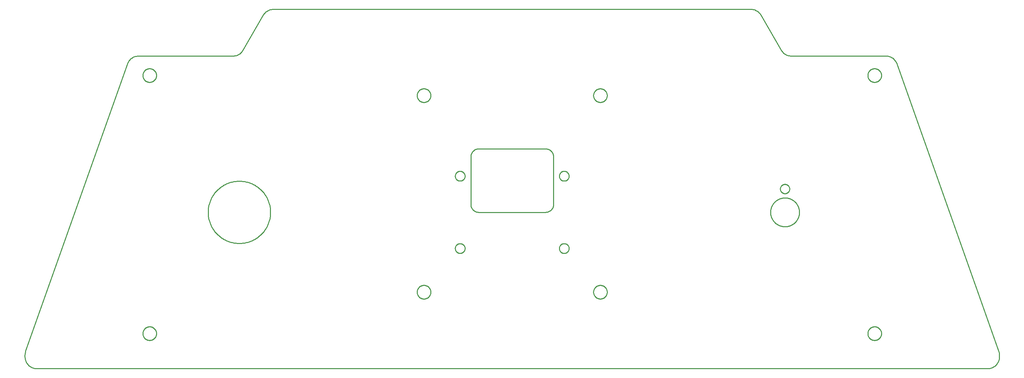
<source format=gbr>
G04 EAGLE Gerber RS-274X export*
G75*
%MOMM*%
%FSLAX34Y34*%
%LPD*%
%IN*%
%IPPOS*%
%AMOC8*
5,1,8,0,0,1.08239X$1,22.5*%
G01*
G04 Define Apertures*
%ADD10C,0.254000*%
D10*
X-550000Y-371838D02*
X-549886Y-374452D01*
X-549544Y-377047D01*
X-548978Y-379602D01*
X-548191Y-382098D01*
X-547189Y-384516D01*
X-545981Y-386838D01*
X-544575Y-389045D01*
X-542981Y-391121D01*
X-541213Y-393051D01*
X-539284Y-394819D01*
X-537207Y-396412D01*
X-535000Y-397818D01*
X-532679Y-399027D01*
X-530261Y-400028D01*
X-527765Y-400815D01*
X-525209Y-401382D01*
X-522615Y-401724D01*
X-520000Y-401838D01*
X1920000Y-401838D01*
X1922615Y-401724D01*
X1925209Y-401382D01*
X1927765Y-400815D01*
X1930261Y-400028D01*
X1932679Y-399027D01*
X1935000Y-397818D01*
X1937207Y-396412D01*
X1939284Y-394819D01*
X1941213Y-393051D01*
X1942981Y-391121D01*
X1944575Y-389045D01*
X1945981Y-386838D01*
X1947189Y-384516D01*
X1948191Y-382098D01*
X1948978Y-379602D01*
X1949544Y-377047D01*
X1949886Y-374452D01*
X1950000Y-371838D01*
X1950000Y-366985D01*
X1949909Y-364646D01*
X1949591Y-362048D01*
X1949048Y-359488D01*
X1948284Y-356985D01*
X1687071Y381838D01*
X1686978Y382098D01*
X1685976Y384516D01*
X1684768Y386838D01*
X1683361Y389045D01*
X1681768Y391121D01*
X1680000Y393051D01*
X1678070Y394819D01*
X1675994Y396412D01*
X1673787Y397818D01*
X1671465Y399027D01*
X1669047Y400028D01*
X1666551Y400815D01*
X1663996Y401382D01*
X1661402Y401724D01*
X1658787Y401838D01*
X1416603Y401838D01*
X1413988Y401952D01*
X1411393Y402293D01*
X1408838Y402860D01*
X1406342Y403647D01*
X1403924Y404648D01*
X1401603Y405857D01*
X1399395Y407263D01*
X1397319Y408856D01*
X1395389Y410625D01*
X1393621Y412554D01*
X1392028Y414630D01*
X1390622Y416838D01*
X1338660Y506838D01*
X1337254Y509045D01*
X1335661Y511121D01*
X1333893Y513051D01*
X1331963Y514819D01*
X1329887Y516412D01*
X1327680Y517818D01*
X1325358Y519027D01*
X1322940Y520028D01*
X1320444Y520815D01*
X1317889Y521382D01*
X1315294Y521724D01*
X1312680Y521838D01*
X87321Y521838D01*
X84706Y521724D01*
X82111Y521382D01*
X79556Y520815D01*
X77060Y520028D01*
X74642Y519027D01*
X72320Y517818D01*
X70113Y516412D01*
X68037Y514819D01*
X66107Y513051D01*
X64339Y511121D01*
X62746Y509045D01*
X61340Y506838D01*
X9378Y416838D01*
X7972Y414630D01*
X6379Y412554D01*
X4611Y410624D01*
X2681Y408856D01*
X605Y407263D01*
X-1603Y405857D01*
X-3924Y404648D01*
X-6342Y403647D01*
X-8838Y402860D01*
X-11393Y402293D01*
X-13988Y401952D01*
X-16603Y401838D01*
X-258787Y401838D01*
X-259064Y401836D01*
X-261677Y401698D01*
X-264269Y401333D01*
X-266818Y400743D01*
X-269307Y399933D01*
X-271716Y398909D01*
X-274026Y397679D01*
X-276220Y396252D01*
X-278282Y394640D01*
X-280195Y392854D01*
X-281945Y390908D01*
X-283519Y388817D01*
X-284905Y386597D01*
X-286092Y384265D01*
X-287071Y381838D01*
X-548284Y-356985D01*
X-548978Y-359220D01*
X-549544Y-361775D01*
X-549886Y-364370D01*
X-550000Y-366985D01*
X-550000Y-371838D01*
X594000Y20000D02*
X594076Y18257D01*
X594304Y16527D01*
X594681Y14824D01*
X595206Y13160D01*
X595874Y11548D01*
X596680Y10000D01*
X597617Y8528D01*
X598679Y7144D01*
X599858Y5858D01*
X601144Y4679D01*
X602528Y3617D01*
X604000Y2680D01*
X605548Y1874D01*
X607160Y1206D01*
X608824Y681D01*
X610527Y304D01*
X612257Y76D01*
X614000Y0D01*
X786000Y0D01*
X787743Y76D01*
X789473Y304D01*
X791176Y681D01*
X792840Y1206D01*
X794452Y1874D01*
X796000Y2680D01*
X797472Y3617D01*
X798856Y4679D01*
X800142Y5858D01*
X801321Y7144D01*
X802383Y8528D01*
X803321Y10000D01*
X804126Y11548D01*
X804794Y13160D01*
X805319Y14824D01*
X805696Y16527D01*
X805924Y18257D01*
X806000Y20000D01*
X806000Y143000D01*
X805924Y144743D01*
X805696Y146473D01*
X805319Y148176D01*
X804794Y149840D01*
X804126Y151452D01*
X803321Y153000D01*
X802383Y154472D01*
X801321Y155856D01*
X800142Y157142D01*
X798856Y158321D01*
X797472Y159383D01*
X796000Y160321D01*
X794452Y161126D01*
X792840Y161794D01*
X791176Y162319D01*
X789473Y162696D01*
X787743Y162924D01*
X786000Y163000D01*
X614000Y163000D01*
X612257Y162924D01*
X610527Y162696D01*
X608824Y162319D01*
X607160Y161794D01*
X605548Y161126D01*
X604000Y160321D01*
X602528Y159383D01*
X601144Y158321D01*
X599858Y157142D01*
X598679Y155856D01*
X597617Y154472D01*
X596680Y153000D01*
X595874Y151452D01*
X595206Y149840D01*
X594681Y148176D01*
X594304Y146473D01*
X594076Y144743D01*
X594000Y143000D01*
X594000Y20000D01*
X-212500Y351265D02*
X-212500Y352411D01*
X-212575Y353554D01*
X-212725Y354690D01*
X-212948Y355814D01*
X-213245Y356920D01*
X-213613Y358005D01*
X-214051Y359064D01*
X-214558Y360092D01*
X-215131Y361084D01*
X-215768Y362037D01*
X-216465Y362946D01*
X-217221Y363807D01*
X-218031Y364617D01*
X-218892Y365373D01*
X-219801Y366070D01*
X-220754Y366707D01*
X-221746Y367280D01*
X-222774Y367786D01*
X-223832Y368225D01*
X-224917Y368593D01*
X-226024Y368890D01*
X-227148Y369113D01*
X-228284Y369263D01*
X-229427Y369338D01*
X-230573Y369338D01*
X-231716Y369263D01*
X-232852Y369113D01*
X-233976Y368890D01*
X-235083Y368593D01*
X-236168Y368225D01*
X-237226Y367786D01*
X-238254Y367280D01*
X-239246Y366707D01*
X-240199Y366070D01*
X-241108Y365373D01*
X-241969Y364617D01*
X-242779Y363807D01*
X-243535Y362946D01*
X-244232Y362037D01*
X-244869Y361084D01*
X-245442Y360092D01*
X-245949Y359064D01*
X-246387Y358005D01*
X-246755Y356920D01*
X-247052Y355814D01*
X-247276Y354690D01*
X-247425Y353554D01*
X-247500Y352411D01*
X-247500Y351265D01*
X-247425Y350121D01*
X-247276Y348986D01*
X-247052Y347862D01*
X-246755Y346755D01*
X-246387Y345670D01*
X-245949Y344611D01*
X-245442Y343584D01*
X-244869Y342592D01*
X-244232Y341639D01*
X-243535Y340730D01*
X-242779Y339868D01*
X-241969Y339058D01*
X-241108Y338303D01*
X-240199Y337605D01*
X-239246Y336969D01*
X-238254Y336396D01*
X-237226Y335889D01*
X-236168Y335451D01*
X-235083Y335082D01*
X-233976Y334786D01*
X-232852Y334562D01*
X-231716Y334413D01*
X-230573Y334338D01*
X-229427Y334338D01*
X-228284Y334413D01*
X-227148Y334562D01*
X-226024Y334786D01*
X-224917Y335082D01*
X-223832Y335451D01*
X-222774Y335889D01*
X-221746Y336396D01*
X-220754Y336969D01*
X-219801Y337605D01*
X-218892Y338303D01*
X-218031Y339058D01*
X-217221Y339868D01*
X-216465Y340730D01*
X-215768Y341639D01*
X-215131Y342592D01*
X-214558Y343584D01*
X-214051Y344611D01*
X-213613Y345670D01*
X-213245Y346755D01*
X-212948Y347862D01*
X-212725Y348986D01*
X-212575Y350121D01*
X-212500Y351265D01*
X1647500Y-312411D02*
X1647500Y-311265D01*
X1647425Y-310121D01*
X1647276Y-308986D01*
X1647052Y-307862D01*
X1646755Y-306755D01*
X1646387Y-305670D01*
X1645949Y-304611D01*
X1645442Y-303584D01*
X1644869Y-302592D01*
X1644232Y-301639D01*
X1643535Y-300730D01*
X1642779Y-299868D01*
X1641969Y-299058D01*
X1641108Y-298303D01*
X1640199Y-297605D01*
X1639246Y-296969D01*
X1638254Y-296396D01*
X1637226Y-295889D01*
X1636168Y-295451D01*
X1635083Y-295082D01*
X1633976Y-294786D01*
X1632852Y-294562D01*
X1631716Y-294413D01*
X1630573Y-294338D01*
X1629427Y-294338D01*
X1628284Y-294413D01*
X1627148Y-294562D01*
X1626024Y-294786D01*
X1624917Y-295082D01*
X1623832Y-295451D01*
X1622774Y-295889D01*
X1621746Y-296396D01*
X1620754Y-296969D01*
X1619801Y-297605D01*
X1618892Y-298303D01*
X1618031Y-299058D01*
X1617221Y-299868D01*
X1616465Y-300730D01*
X1615768Y-301639D01*
X1615131Y-302592D01*
X1614558Y-303584D01*
X1614051Y-304611D01*
X1613613Y-305670D01*
X1613245Y-306755D01*
X1612948Y-307862D01*
X1612725Y-308986D01*
X1612575Y-310121D01*
X1612500Y-311265D01*
X1612500Y-312411D01*
X1612575Y-313554D01*
X1612725Y-314690D01*
X1612948Y-315814D01*
X1613245Y-316920D01*
X1613613Y-318005D01*
X1614051Y-319064D01*
X1614558Y-320092D01*
X1615131Y-321084D01*
X1615768Y-322037D01*
X1616465Y-322946D01*
X1617221Y-323807D01*
X1618031Y-324617D01*
X1618892Y-325373D01*
X1619801Y-326070D01*
X1620754Y-326707D01*
X1621746Y-327280D01*
X1622774Y-327786D01*
X1623832Y-328225D01*
X1624917Y-328593D01*
X1626024Y-328890D01*
X1627148Y-329113D01*
X1628284Y-329263D01*
X1629427Y-329338D01*
X1630573Y-329338D01*
X1631716Y-329263D01*
X1632852Y-329113D01*
X1633976Y-328890D01*
X1635083Y-328593D01*
X1636168Y-328225D01*
X1637226Y-327786D01*
X1638254Y-327280D01*
X1639246Y-326707D01*
X1640199Y-326070D01*
X1641108Y-325373D01*
X1641969Y-324617D01*
X1642779Y-323807D01*
X1643535Y-322946D01*
X1644232Y-322037D01*
X1644869Y-321084D01*
X1645442Y-320092D01*
X1645949Y-319064D01*
X1646387Y-318005D01*
X1646755Y-316920D01*
X1647052Y-315814D01*
X1647276Y-314690D01*
X1647425Y-313554D01*
X1647500Y-312411D01*
X80000Y-1257D02*
X80000Y1257D01*
X79921Y3769D01*
X79763Y6278D01*
X79527Y8780D01*
X79212Y11274D01*
X78818Y13756D01*
X78348Y16225D01*
X77799Y18678D01*
X77174Y21112D01*
X76473Y23526D01*
X75696Y25917D01*
X74845Y28281D01*
X73919Y30618D01*
X72921Y32925D01*
X71851Y35199D01*
X70710Y37439D01*
X69499Y39642D01*
X68220Y41805D01*
X66873Y43927D01*
X65460Y46006D01*
X63983Y48040D01*
X62442Y50026D01*
X60840Y51962D01*
X59178Y53848D01*
X57457Y55680D01*
X55680Y57457D01*
X53848Y59178D01*
X51962Y60840D01*
X50026Y62442D01*
X48040Y63983D01*
X46006Y65460D01*
X43927Y66873D01*
X41805Y68220D01*
X39642Y69499D01*
X37439Y70710D01*
X35199Y71851D01*
X32925Y72921D01*
X30618Y73919D01*
X28281Y74845D01*
X25917Y75696D01*
X23526Y76473D01*
X21112Y77174D01*
X18678Y77799D01*
X16225Y78348D01*
X13756Y78818D01*
X11274Y79212D01*
X8780Y79527D01*
X6278Y79763D01*
X3769Y79921D01*
X1257Y80000D01*
X-1257Y80000D01*
X-3769Y79921D01*
X-6278Y79763D01*
X-8780Y79527D01*
X-11274Y79212D01*
X-13756Y78818D01*
X-16225Y78348D01*
X-18678Y77799D01*
X-21112Y77174D01*
X-23526Y76473D01*
X-25917Y75696D01*
X-28281Y74845D01*
X-30618Y73919D01*
X-32925Y72921D01*
X-35199Y71851D01*
X-37439Y70710D01*
X-39642Y69499D01*
X-41805Y68220D01*
X-43927Y66873D01*
X-46006Y65460D01*
X-48040Y63983D01*
X-50026Y62442D01*
X-51962Y60840D01*
X-53848Y59178D01*
X-55680Y57457D01*
X-57457Y55680D01*
X-59178Y53848D01*
X-60840Y51962D01*
X-62442Y50026D01*
X-63983Y48040D01*
X-65460Y46006D01*
X-66873Y43927D01*
X-68220Y41805D01*
X-69499Y39642D01*
X-70710Y37439D01*
X-71851Y35199D01*
X-72921Y32925D01*
X-73919Y30618D01*
X-74845Y28281D01*
X-75696Y25917D01*
X-76473Y23526D01*
X-77174Y21112D01*
X-77799Y18678D01*
X-78348Y16225D01*
X-78818Y13756D01*
X-79212Y11274D01*
X-79527Y8780D01*
X-79763Y6278D01*
X-79921Y3769D01*
X-80000Y1257D01*
X-80000Y-1257D01*
X-79921Y-3769D01*
X-79763Y-6278D01*
X-79527Y-8780D01*
X-79212Y-11274D01*
X-78818Y-13756D01*
X-78348Y-16225D01*
X-77799Y-18678D01*
X-77174Y-21112D01*
X-76473Y-23526D01*
X-75696Y-25917D01*
X-74845Y-28281D01*
X-73919Y-30618D01*
X-72921Y-32925D01*
X-71851Y-35199D01*
X-70710Y-37439D01*
X-69499Y-39642D01*
X-68220Y-41805D01*
X-66873Y-43927D01*
X-65460Y-46006D01*
X-63983Y-48040D01*
X-62442Y-50026D01*
X-60840Y-51962D01*
X-59178Y-53848D01*
X-57457Y-55680D01*
X-55680Y-57457D01*
X-53848Y-59178D01*
X-51962Y-60840D01*
X-50026Y-62442D01*
X-48040Y-63983D01*
X-46006Y-65460D01*
X-43927Y-66873D01*
X-41805Y-68220D01*
X-39642Y-69499D01*
X-37439Y-70710D01*
X-35199Y-71851D01*
X-32925Y-72921D01*
X-30618Y-73919D01*
X-28281Y-74845D01*
X-25917Y-75696D01*
X-23526Y-76473D01*
X-21112Y-77174D01*
X-18678Y-77799D01*
X-16225Y-78348D01*
X-13756Y-78818D01*
X-11274Y-79212D01*
X-8780Y-79527D01*
X-6278Y-79763D01*
X-3769Y-79921D01*
X-1257Y-80000D01*
X1257Y-80000D01*
X3769Y-79921D01*
X6278Y-79763D01*
X8780Y-79527D01*
X11274Y-79212D01*
X13756Y-78818D01*
X16225Y-78348D01*
X18678Y-77799D01*
X21112Y-77174D01*
X23526Y-76473D01*
X25917Y-75696D01*
X28281Y-74845D01*
X30618Y-73919D01*
X32925Y-72921D01*
X35199Y-71851D01*
X37439Y-70710D01*
X39642Y-69499D01*
X41805Y-68220D01*
X43927Y-66873D01*
X46006Y-65460D01*
X48040Y-63983D01*
X50026Y-62442D01*
X51962Y-60840D01*
X53848Y-59178D01*
X55680Y-57457D01*
X57457Y-55680D01*
X59178Y-53848D01*
X60840Y-51962D01*
X62442Y-50026D01*
X63983Y-48040D01*
X65460Y-46006D01*
X66873Y-43927D01*
X68220Y-41805D01*
X69499Y-39642D01*
X70710Y-37439D01*
X71851Y-35199D01*
X72921Y-32925D01*
X73919Y-30618D01*
X74845Y-28281D01*
X75696Y-25917D01*
X76473Y-23526D01*
X77174Y-21112D01*
X77799Y-18678D01*
X78348Y-16225D01*
X78818Y-13756D01*
X79212Y-11274D01*
X79527Y-8780D01*
X79763Y-6278D01*
X79921Y-3769D01*
X80000Y-1257D01*
X491197Y299578D02*
X491197Y300724D01*
X491122Y301867D01*
X490972Y303003D01*
X490749Y304127D01*
X490452Y305234D01*
X490084Y306319D01*
X489645Y307377D01*
X489139Y308405D01*
X488566Y309397D01*
X487929Y310350D01*
X487232Y311259D01*
X486476Y312120D01*
X485666Y312930D01*
X484805Y313686D01*
X483896Y314383D01*
X482943Y315020D01*
X481951Y315593D01*
X480923Y316100D01*
X479864Y316538D01*
X478779Y316906D01*
X477673Y317203D01*
X476549Y317427D01*
X475413Y317576D01*
X474270Y317651D01*
X473124Y317651D01*
X471980Y317576D01*
X470845Y317427D01*
X469721Y317203D01*
X468614Y316906D01*
X467529Y316538D01*
X466470Y316100D01*
X465443Y315593D01*
X464451Y315020D01*
X463498Y314383D01*
X462589Y313686D01*
X461727Y312930D01*
X460917Y312120D01*
X460162Y311259D01*
X459464Y310350D01*
X458828Y309397D01*
X458255Y308405D01*
X457748Y307377D01*
X457310Y306319D01*
X456941Y305234D01*
X456645Y304127D01*
X456421Y303003D01*
X456272Y301867D01*
X456197Y300724D01*
X456197Y299578D01*
X456272Y298435D01*
X456421Y297299D01*
X456645Y296175D01*
X456941Y295068D01*
X457310Y293983D01*
X457748Y292925D01*
X458255Y291897D01*
X458828Y290905D01*
X459464Y289952D01*
X460162Y289043D01*
X460917Y288182D01*
X461727Y287372D01*
X462589Y286616D01*
X463498Y285919D01*
X464451Y285282D01*
X465443Y284709D01*
X466470Y284202D01*
X467529Y283764D01*
X468614Y283396D01*
X469721Y283099D01*
X470845Y282876D01*
X471980Y282726D01*
X473124Y282651D01*
X474270Y282651D01*
X475413Y282726D01*
X476549Y282876D01*
X477673Y283099D01*
X478779Y283396D01*
X479864Y283764D01*
X480923Y284202D01*
X481951Y284709D01*
X482943Y285282D01*
X483896Y285919D01*
X484805Y286616D01*
X485666Y287372D01*
X486476Y288182D01*
X487232Y289043D01*
X487929Y289952D01*
X488566Y290905D01*
X489139Y291897D01*
X489645Y292925D01*
X490084Y293983D01*
X490452Y295068D01*
X490749Y296175D01*
X490972Y297299D01*
X491122Y298435D01*
X491197Y299578D01*
X579000Y-93491D02*
X579000Y-92509D01*
X578923Y-91530D01*
X578769Y-90560D01*
X578540Y-89604D01*
X578236Y-88670D01*
X577861Y-87763D01*
X577415Y-86888D01*
X576901Y-86050D01*
X576324Y-85255D01*
X575686Y-84508D01*
X574992Y-83814D01*
X574245Y-83176D01*
X573450Y-82599D01*
X572612Y-82085D01*
X571737Y-81639D01*
X570830Y-81264D01*
X569896Y-80960D01*
X568941Y-80731D01*
X567970Y-80577D01*
X566991Y-80500D01*
X566009Y-80500D01*
X565030Y-80577D01*
X564060Y-80731D01*
X563104Y-80960D01*
X562170Y-81264D01*
X561263Y-81639D01*
X560388Y-82085D01*
X559550Y-82599D01*
X558755Y-83176D01*
X558008Y-83814D01*
X557314Y-84508D01*
X556676Y-85255D01*
X556099Y-86050D01*
X555585Y-86888D01*
X555139Y-87763D01*
X554764Y-88670D01*
X554460Y-89604D01*
X554231Y-90560D01*
X554077Y-91530D01*
X554000Y-92509D01*
X554000Y-93491D01*
X554077Y-94470D01*
X554231Y-95441D01*
X554460Y-96396D01*
X554764Y-97330D01*
X555139Y-98237D01*
X555585Y-99112D01*
X556099Y-99950D01*
X556676Y-100745D01*
X557314Y-101492D01*
X558008Y-102186D01*
X558755Y-102824D01*
X559550Y-103401D01*
X560388Y-103915D01*
X561263Y-104361D01*
X562170Y-104736D01*
X563104Y-105040D01*
X564060Y-105269D01*
X565030Y-105423D01*
X566009Y-105500D01*
X566991Y-105500D01*
X567970Y-105423D01*
X568941Y-105269D01*
X569896Y-105040D01*
X570830Y-104736D01*
X571737Y-104361D01*
X572612Y-103915D01*
X573450Y-103401D01*
X574245Y-102824D01*
X574992Y-102186D01*
X575686Y-101492D01*
X576324Y-100745D01*
X576901Y-99950D01*
X577415Y-99112D01*
X577861Y-98237D01*
X578236Y-97330D01*
X578540Y-96396D01*
X578769Y-95441D01*
X578923Y-94470D01*
X579000Y-93491D01*
X1437000Y-855D02*
X1437000Y855D01*
X1436921Y2563D01*
X1436763Y4265D01*
X1436527Y5958D01*
X1436213Y7639D01*
X1435822Y9303D01*
X1435354Y10948D01*
X1434810Y12569D01*
X1434193Y14163D01*
X1433502Y15727D01*
X1432740Y17258D01*
X1431908Y18751D01*
X1431008Y20205D01*
X1430042Y21615D01*
X1429011Y22980D01*
X1427919Y24295D01*
X1426767Y25558D01*
X1425558Y26767D01*
X1424295Y27919D01*
X1422980Y29011D01*
X1421615Y30042D01*
X1420205Y31008D01*
X1418751Y31908D01*
X1417258Y32740D01*
X1415727Y33502D01*
X1414163Y34193D01*
X1412569Y34810D01*
X1410948Y35354D01*
X1409303Y35822D01*
X1407639Y36213D01*
X1405958Y36527D01*
X1404265Y36763D01*
X1402563Y36921D01*
X1400855Y37000D01*
X1399145Y37000D01*
X1397437Y36921D01*
X1395735Y36763D01*
X1394042Y36527D01*
X1392361Y36213D01*
X1390697Y35822D01*
X1389052Y35354D01*
X1387431Y34810D01*
X1385837Y34193D01*
X1384273Y33502D01*
X1382742Y32740D01*
X1381249Y31908D01*
X1379795Y31008D01*
X1378385Y30042D01*
X1377020Y29011D01*
X1375705Y27919D01*
X1374442Y26767D01*
X1373233Y25558D01*
X1372081Y24295D01*
X1370989Y22980D01*
X1369958Y21615D01*
X1368992Y20205D01*
X1368092Y18751D01*
X1367260Y17258D01*
X1366498Y15727D01*
X1365807Y14163D01*
X1365190Y12569D01*
X1364646Y10948D01*
X1364179Y9303D01*
X1363787Y7639D01*
X1363473Y5958D01*
X1363237Y4265D01*
X1363079Y2563D01*
X1363000Y855D01*
X1363000Y-855D01*
X1363079Y-2563D01*
X1363237Y-4265D01*
X1363473Y-5958D01*
X1363787Y-7639D01*
X1364179Y-9303D01*
X1364646Y-10948D01*
X1365190Y-12569D01*
X1365807Y-14163D01*
X1366498Y-15727D01*
X1367260Y-17258D01*
X1368092Y-18751D01*
X1368992Y-20205D01*
X1369958Y-21615D01*
X1370989Y-22980D01*
X1372081Y-24295D01*
X1373233Y-25558D01*
X1374442Y-26767D01*
X1375705Y-27919D01*
X1377020Y-29011D01*
X1378385Y-30042D01*
X1379795Y-31008D01*
X1381249Y-31908D01*
X1382742Y-32740D01*
X1384273Y-33502D01*
X1385837Y-34193D01*
X1387431Y-34810D01*
X1389052Y-35354D01*
X1390697Y-35822D01*
X1392361Y-36213D01*
X1394042Y-36527D01*
X1395735Y-36763D01*
X1397437Y-36921D01*
X1399145Y-37000D01*
X1400855Y-37000D01*
X1402563Y-36921D01*
X1404265Y-36763D01*
X1405958Y-36527D01*
X1407639Y-36213D01*
X1409303Y-35822D01*
X1410948Y-35354D01*
X1412569Y-34810D01*
X1414163Y-34193D01*
X1415727Y-33502D01*
X1417258Y-32740D01*
X1418751Y-31908D01*
X1420205Y-31008D01*
X1421615Y-30042D01*
X1422980Y-29011D01*
X1424295Y-27919D01*
X1425558Y-26767D01*
X1426767Y-25558D01*
X1427919Y-24295D01*
X1429011Y-22980D01*
X1430042Y-21615D01*
X1431008Y-20205D01*
X1431908Y-18751D01*
X1432740Y-17258D01*
X1433502Y-15727D01*
X1434193Y-14163D01*
X1434810Y-12569D01*
X1435354Y-10948D01*
X1435822Y-9303D01*
X1436213Y-7639D01*
X1436527Y-5958D01*
X1436763Y-4265D01*
X1436921Y-2563D01*
X1437000Y-855D01*
X491197Y-205822D02*
X491197Y-204676D01*
X491122Y-203533D01*
X490972Y-202397D01*
X490749Y-201273D01*
X490452Y-200166D01*
X490084Y-199081D01*
X489645Y-198023D01*
X489139Y-196995D01*
X488566Y-196003D01*
X487929Y-195050D01*
X487232Y-194141D01*
X486476Y-193280D01*
X485666Y-192470D01*
X484805Y-191714D01*
X483896Y-191017D01*
X482943Y-190380D01*
X481951Y-189807D01*
X480923Y-189300D01*
X479864Y-188862D01*
X478779Y-188494D01*
X477673Y-188197D01*
X476549Y-187974D01*
X475413Y-187824D01*
X474270Y-187749D01*
X473124Y-187749D01*
X471980Y-187824D01*
X470845Y-187974D01*
X469721Y-188197D01*
X468614Y-188494D01*
X467529Y-188862D01*
X466470Y-189300D01*
X465443Y-189807D01*
X464451Y-190380D01*
X463498Y-191017D01*
X462589Y-191714D01*
X461727Y-192470D01*
X460917Y-193280D01*
X460162Y-194141D01*
X459464Y-195050D01*
X458828Y-196003D01*
X458255Y-196995D01*
X457748Y-198023D01*
X457310Y-199081D01*
X456941Y-200166D01*
X456645Y-201273D01*
X456421Y-202397D01*
X456272Y-203533D01*
X456197Y-204676D01*
X456197Y-205822D01*
X456272Y-206965D01*
X456421Y-208101D01*
X456645Y-209225D01*
X456941Y-210332D01*
X457310Y-211417D01*
X457748Y-212475D01*
X458255Y-213503D01*
X458828Y-214495D01*
X459464Y-215448D01*
X460162Y-216357D01*
X460917Y-217218D01*
X461727Y-218028D01*
X462589Y-218784D01*
X463498Y-219481D01*
X464451Y-220118D01*
X465443Y-220691D01*
X466470Y-221198D01*
X467529Y-221636D01*
X468614Y-222004D01*
X469721Y-222301D01*
X470845Y-222525D01*
X471980Y-222674D01*
X473124Y-222749D01*
X474270Y-222749D01*
X475413Y-222674D01*
X476549Y-222525D01*
X477673Y-222301D01*
X478779Y-222004D01*
X479864Y-221636D01*
X480923Y-221198D01*
X481951Y-220691D01*
X482943Y-220118D01*
X483896Y-219481D01*
X484805Y-218784D01*
X485666Y-218028D01*
X486476Y-217218D01*
X487232Y-216357D01*
X487929Y-215448D01*
X488566Y-214495D01*
X489139Y-213503D01*
X489645Y-212475D01*
X490084Y-211417D01*
X490452Y-210332D01*
X490749Y-209225D01*
X490972Y-208101D01*
X491122Y-206965D01*
X491197Y-205822D01*
X943803Y-205822D02*
X943803Y-204676D01*
X943728Y-203533D01*
X943579Y-202397D01*
X943355Y-201273D01*
X943059Y-200166D01*
X942690Y-199081D01*
X942252Y-198023D01*
X941745Y-196995D01*
X941172Y-196003D01*
X940536Y-195050D01*
X939838Y-194141D01*
X939083Y-193280D01*
X938273Y-192470D01*
X937411Y-191714D01*
X936502Y-191017D01*
X935549Y-190380D01*
X934557Y-189807D01*
X933530Y-189300D01*
X932471Y-188862D01*
X931386Y-188494D01*
X930279Y-188197D01*
X929156Y-187974D01*
X928020Y-187824D01*
X926876Y-187749D01*
X925730Y-187749D01*
X924587Y-187824D01*
X923451Y-187974D01*
X922327Y-188197D01*
X921221Y-188494D01*
X920136Y-188862D01*
X919077Y-189300D01*
X918049Y-189807D01*
X917057Y-190380D01*
X916105Y-191017D01*
X915195Y-191714D01*
X914334Y-192470D01*
X913524Y-193280D01*
X912768Y-194141D01*
X912071Y-195050D01*
X911434Y-196003D01*
X910861Y-196995D01*
X910355Y-198023D01*
X909916Y-199081D01*
X909548Y-200166D01*
X909251Y-201273D01*
X909028Y-202397D01*
X908878Y-203533D01*
X908803Y-204676D01*
X908803Y-205822D01*
X908878Y-206965D01*
X909028Y-208101D01*
X909251Y-209225D01*
X909548Y-210332D01*
X909916Y-211417D01*
X910355Y-212475D01*
X910861Y-213503D01*
X911434Y-214495D01*
X912071Y-215448D01*
X912768Y-216357D01*
X913524Y-217218D01*
X914334Y-218028D01*
X915195Y-218784D01*
X916105Y-219481D01*
X917057Y-220118D01*
X918049Y-220691D01*
X919077Y-221198D01*
X920136Y-221636D01*
X921221Y-222004D01*
X922327Y-222301D01*
X923451Y-222525D01*
X924587Y-222674D01*
X925730Y-222749D01*
X926876Y-222749D01*
X928020Y-222674D01*
X929156Y-222525D01*
X930279Y-222301D01*
X931386Y-222004D01*
X932471Y-221636D01*
X933530Y-221198D01*
X934557Y-220691D01*
X935549Y-220118D01*
X936502Y-219481D01*
X937411Y-218784D01*
X938273Y-218028D01*
X939083Y-217218D01*
X939838Y-216357D01*
X940536Y-215448D01*
X941172Y-214495D01*
X941745Y-213503D01*
X942252Y-212475D01*
X942690Y-211417D01*
X943059Y-210332D01*
X943355Y-209225D01*
X943579Y-208101D01*
X943728Y-206965D01*
X943803Y-205822D01*
X846000Y92509D02*
X846000Y93491D01*
X845923Y94470D01*
X845769Y95441D01*
X845540Y96396D01*
X845236Y97330D01*
X844861Y98237D01*
X844415Y99112D01*
X843901Y99950D01*
X843324Y100745D01*
X842686Y101492D01*
X841992Y102186D01*
X841245Y102824D01*
X840450Y103401D01*
X839612Y103915D01*
X838737Y104361D01*
X837830Y104736D01*
X836896Y105040D01*
X835941Y105269D01*
X834970Y105423D01*
X833991Y105500D01*
X833009Y105500D01*
X832030Y105423D01*
X831060Y105269D01*
X830104Y105040D01*
X829170Y104736D01*
X828263Y104361D01*
X827388Y103915D01*
X826550Y103401D01*
X825755Y102824D01*
X825008Y102186D01*
X824314Y101492D01*
X823676Y100745D01*
X823099Y99950D01*
X822585Y99112D01*
X822139Y98237D01*
X821764Y97330D01*
X821460Y96396D01*
X821231Y95441D01*
X821077Y94470D01*
X821000Y93491D01*
X821000Y92509D01*
X821077Y91530D01*
X821231Y90560D01*
X821460Y89604D01*
X821764Y88670D01*
X822139Y87763D01*
X822585Y86888D01*
X823099Y86050D01*
X823676Y85255D01*
X824314Y84508D01*
X825008Y83814D01*
X825755Y83176D01*
X826550Y82599D01*
X827388Y82085D01*
X828263Y81639D01*
X829170Y81264D01*
X830104Y80960D01*
X831060Y80731D01*
X832030Y80577D01*
X833009Y80500D01*
X833991Y80500D01*
X834970Y80577D01*
X835941Y80731D01*
X836896Y80960D01*
X837830Y81264D01*
X838737Y81639D01*
X839612Y82085D01*
X840450Y82599D01*
X841245Y83176D01*
X841992Y83814D01*
X842686Y84508D01*
X843324Y85255D01*
X843901Y86050D01*
X844415Y86888D01*
X844861Y87763D01*
X845236Y88670D01*
X845540Y89604D01*
X845769Y90560D01*
X845923Y91530D01*
X846000Y92509D01*
X943803Y299578D02*
X943803Y300724D01*
X943728Y301867D01*
X943579Y303003D01*
X943355Y304127D01*
X943059Y305234D01*
X942690Y306319D01*
X942252Y307377D01*
X941745Y308405D01*
X941172Y309397D01*
X940536Y310350D01*
X939838Y311259D01*
X939083Y312120D01*
X938273Y312930D01*
X937411Y313686D01*
X936502Y314383D01*
X935549Y315020D01*
X934557Y315593D01*
X933530Y316100D01*
X932471Y316538D01*
X931386Y316906D01*
X930279Y317203D01*
X929156Y317427D01*
X928020Y317576D01*
X926876Y317651D01*
X925730Y317651D01*
X924587Y317576D01*
X923451Y317427D01*
X922327Y317203D01*
X921221Y316906D01*
X920136Y316538D01*
X919077Y316100D01*
X918049Y315593D01*
X917057Y315020D01*
X916105Y314383D01*
X915195Y313686D01*
X914334Y312930D01*
X913524Y312120D01*
X912768Y311259D01*
X912071Y310350D01*
X911434Y309397D01*
X910861Y308405D01*
X910355Y307377D01*
X909916Y306319D01*
X909548Y305234D01*
X909251Y304127D01*
X909028Y303003D01*
X908878Y301867D01*
X908803Y300724D01*
X908803Y299578D01*
X908878Y298435D01*
X909028Y297299D01*
X909251Y296175D01*
X909548Y295068D01*
X909916Y293983D01*
X910355Y292925D01*
X910861Y291897D01*
X911434Y290905D01*
X912071Y289952D01*
X912768Y289043D01*
X913524Y288182D01*
X914334Y287372D01*
X915195Y286616D01*
X916105Y285919D01*
X917057Y285282D01*
X918049Y284709D01*
X919077Y284202D01*
X920136Y283764D01*
X921221Y283396D01*
X922327Y283099D01*
X923451Y282876D01*
X924587Y282726D01*
X925730Y282651D01*
X926876Y282651D01*
X928020Y282726D01*
X929156Y282876D01*
X930279Y283099D01*
X931386Y283396D01*
X932471Y283764D01*
X933530Y284202D01*
X934557Y284709D01*
X935549Y285282D01*
X936502Y285919D01*
X937411Y286616D01*
X938273Y287372D01*
X939083Y288182D01*
X939838Y289043D01*
X940536Y289952D01*
X941172Y290905D01*
X941745Y291897D01*
X942252Y292925D01*
X942690Y293983D01*
X943059Y295068D01*
X943355Y296175D01*
X943579Y297299D01*
X943728Y298435D01*
X943803Y299578D01*
X-212500Y-312411D02*
X-212500Y-311265D01*
X-212575Y-310121D01*
X-212725Y-308986D01*
X-212948Y-307862D01*
X-213245Y-306755D01*
X-213613Y-305670D01*
X-214051Y-304611D01*
X-214558Y-303584D01*
X-215131Y-302592D01*
X-215768Y-301639D01*
X-216465Y-300730D01*
X-217221Y-299868D01*
X-218031Y-299058D01*
X-218892Y-298303D01*
X-219801Y-297605D01*
X-220754Y-296969D01*
X-221746Y-296396D01*
X-222774Y-295889D01*
X-223832Y-295451D01*
X-224917Y-295082D01*
X-226024Y-294786D01*
X-227148Y-294562D01*
X-228284Y-294413D01*
X-229427Y-294338D01*
X-230573Y-294338D01*
X-231716Y-294413D01*
X-232852Y-294562D01*
X-233976Y-294786D01*
X-235083Y-295082D01*
X-236168Y-295451D01*
X-237226Y-295889D01*
X-238254Y-296396D01*
X-239246Y-296969D01*
X-240199Y-297605D01*
X-241108Y-298303D01*
X-241969Y-299058D01*
X-242779Y-299868D01*
X-243535Y-300730D01*
X-244232Y-301639D01*
X-244869Y-302592D01*
X-245442Y-303584D01*
X-245949Y-304611D01*
X-246387Y-305670D01*
X-246755Y-306755D01*
X-247052Y-307862D01*
X-247276Y-308986D01*
X-247425Y-310121D01*
X-247500Y-311265D01*
X-247500Y-312411D01*
X-247425Y-313554D01*
X-247276Y-314690D01*
X-247052Y-315814D01*
X-246755Y-316920D01*
X-246387Y-318005D01*
X-245949Y-319064D01*
X-245442Y-320092D01*
X-244869Y-321084D01*
X-244232Y-322037D01*
X-243535Y-322946D01*
X-242779Y-323807D01*
X-241969Y-324617D01*
X-241108Y-325373D01*
X-240199Y-326070D01*
X-239246Y-326707D01*
X-238254Y-327280D01*
X-237226Y-327786D01*
X-236168Y-328225D01*
X-235083Y-328593D01*
X-233976Y-328890D01*
X-232852Y-329113D01*
X-231716Y-329263D01*
X-230573Y-329338D01*
X-229427Y-329338D01*
X-228284Y-329263D01*
X-227148Y-329113D01*
X-226024Y-328890D01*
X-224917Y-328593D01*
X-223832Y-328225D01*
X-222774Y-327786D01*
X-221746Y-327280D01*
X-220754Y-326707D01*
X-219801Y-326070D01*
X-218892Y-325373D01*
X-218031Y-324617D01*
X-217221Y-323807D01*
X-216465Y-322946D01*
X-215768Y-322037D01*
X-215131Y-321084D01*
X-214558Y-320092D01*
X-214051Y-319064D01*
X-213613Y-318005D01*
X-213245Y-316920D01*
X-212948Y-315814D01*
X-212725Y-314690D01*
X-212575Y-313554D01*
X-212500Y-312411D01*
X846000Y-93491D02*
X846000Y-92509D01*
X845923Y-91530D01*
X845769Y-90560D01*
X845540Y-89604D01*
X845236Y-88670D01*
X844861Y-87763D01*
X844415Y-86888D01*
X843901Y-86050D01*
X843324Y-85255D01*
X842686Y-84508D01*
X841992Y-83814D01*
X841245Y-83176D01*
X840450Y-82599D01*
X839612Y-82085D01*
X838737Y-81639D01*
X837830Y-81264D01*
X836896Y-80960D01*
X835941Y-80731D01*
X834970Y-80577D01*
X833991Y-80500D01*
X833009Y-80500D01*
X832030Y-80577D01*
X831060Y-80731D01*
X830104Y-80960D01*
X829170Y-81264D01*
X828263Y-81639D01*
X827388Y-82085D01*
X826550Y-82599D01*
X825755Y-83176D01*
X825008Y-83814D01*
X824314Y-84508D01*
X823676Y-85255D01*
X823099Y-86050D01*
X822585Y-86888D01*
X822139Y-87763D01*
X821764Y-88670D01*
X821460Y-89604D01*
X821231Y-90560D01*
X821077Y-91530D01*
X821000Y-92509D01*
X821000Y-93491D01*
X821077Y-94470D01*
X821231Y-95441D01*
X821460Y-96396D01*
X821764Y-97330D01*
X822139Y-98237D01*
X822585Y-99112D01*
X823099Y-99950D01*
X823676Y-100745D01*
X824314Y-101492D01*
X825008Y-102186D01*
X825755Y-102824D01*
X826550Y-103401D01*
X827388Y-103915D01*
X828263Y-104361D01*
X829170Y-104736D01*
X830104Y-105040D01*
X831060Y-105269D01*
X832030Y-105423D01*
X833009Y-105500D01*
X833991Y-105500D01*
X834970Y-105423D01*
X835941Y-105269D01*
X836896Y-105040D01*
X837830Y-104736D01*
X838737Y-104361D01*
X839612Y-103915D01*
X840450Y-103401D01*
X841245Y-102824D01*
X841992Y-102186D01*
X842686Y-101492D01*
X843324Y-100745D01*
X843901Y-99950D01*
X844415Y-99112D01*
X844861Y-98237D01*
X845236Y-97330D01*
X845540Y-96396D01*
X845769Y-95441D01*
X845923Y-94470D01*
X846000Y-93491D01*
X1647500Y351265D02*
X1647500Y352411D01*
X1647425Y353554D01*
X1647276Y354690D01*
X1647052Y355814D01*
X1646755Y356920D01*
X1646387Y358005D01*
X1645949Y359064D01*
X1645442Y360092D01*
X1644869Y361084D01*
X1644232Y362037D01*
X1643535Y362946D01*
X1642779Y363807D01*
X1641969Y364617D01*
X1641108Y365373D01*
X1640199Y366070D01*
X1639246Y366707D01*
X1638254Y367280D01*
X1637226Y367786D01*
X1636168Y368225D01*
X1635083Y368593D01*
X1633976Y368890D01*
X1632852Y369113D01*
X1631716Y369263D01*
X1630573Y369338D01*
X1629427Y369338D01*
X1628284Y369263D01*
X1627148Y369113D01*
X1626024Y368890D01*
X1624917Y368593D01*
X1623832Y368225D01*
X1622774Y367786D01*
X1621746Y367280D01*
X1620754Y366707D01*
X1619801Y366070D01*
X1618892Y365373D01*
X1618031Y364617D01*
X1617221Y363807D01*
X1616465Y362946D01*
X1615768Y362037D01*
X1615131Y361084D01*
X1614558Y360092D01*
X1614051Y359064D01*
X1613613Y358005D01*
X1613245Y356920D01*
X1612948Y355814D01*
X1612725Y354690D01*
X1612575Y353554D01*
X1612500Y352411D01*
X1612500Y351265D01*
X1612575Y350121D01*
X1612725Y348986D01*
X1612948Y347862D01*
X1613245Y346755D01*
X1613613Y345670D01*
X1614051Y344611D01*
X1614558Y343584D01*
X1615131Y342592D01*
X1615768Y341639D01*
X1616465Y340730D01*
X1617221Y339868D01*
X1618031Y339058D01*
X1618892Y338303D01*
X1619801Y337605D01*
X1620754Y336969D01*
X1621746Y336396D01*
X1622774Y335889D01*
X1623832Y335451D01*
X1624917Y335082D01*
X1626024Y334786D01*
X1627148Y334562D01*
X1628284Y334413D01*
X1629427Y334338D01*
X1630573Y334338D01*
X1631716Y334413D01*
X1632852Y334562D01*
X1633976Y334786D01*
X1635083Y335082D01*
X1636168Y335451D01*
X1637226Y335889D01*
X1638254Y336396D01*
X1639246Y336969D01*
X1640199Y337605D01*
X1641108Y338303D01*
X1641969Y339058D01*
X1642779Y339868D01*
X1643535Y340730D01*
X1644232Y341639D01*
X1644869Y342592D01*
X1645442Y343584D01*
X1645949Y344611D01*
X1646387Y345670D01*
X1646755Y346755D01*
X1647052Y347862D01*
X1647276Y348986D01*
X1647425Y350121D01*
X1647500Y351265D01*
X579000Y92509D02*
X579000Y93491D01*
X578923Y94470D01*
X578769Y95441D01*
X578540Y96396D01*
X578236Y97330D01*
X577861Y98237D01*
X577415Y99112D01*
X576901Y99950D01*
X576324Y100745D01*
X575686Y101492D01*
X574992Y102186D01*
X574245Y102824D01*
X573450Y103401D01*
X572612Y103915D01*
X571737Y104361D01*
X570830Y104736D01*
X569896Y105040D01*
X568941Y105269D01*
X567970Y105423D01*
X566991Y105500D01*
X566009Y105500D01*
X565030Y105423D01*
X564060Y105269D01*
X563104Y105040D01*
X562170Y104736D01*
X561263Y104361D01*
X560388Y103915D01*
X559550Y103401D01*
X558755Y102824D01*
X558008Y102186D01*
X557314Y101492D01*
X556676Y100745D01*
X556099Y99950D01*
X555585Y99112D01*
X555139Y98237D01*
X554764Y97330D01*
X554460Y96396D01*
X554231Y95441D01*
X554077Y94470D01*
X554000Y93491D01*
X554000Y92509D01*
X554077Y91530D01*
X554231Y90560D01*
X554460Y89604D01*
X554764Y88670D01*
X555139Y87763D01*
X555585Y86888D01*
X556099Y86050D01*
X556676Y85255D01*
X557314Y84508D01*
X558008Y83814D01*
X558755Y83176D01*
X559550Y82599D01*
X560388Y82085D01*
X561263Y81639D01*
X562170Y81264D01*
X563104Y80960D01*
X564060Y80731D01*
X565030Y80577D01*
X566009Y80500D01*
X566991Y80500D01*
X567970Y80577D01*
X568941Y80731D01*
X569896Y80960D01*
X570830Y81264D01*
X571737Y81639D01*
X572612Y82085D01*
X573450Y82599D01*
X574245Y83176D01*
X574992Y83814D01*
X575686Y84508D01*
X576324Y85255D01*
X576901Y86050D01*
X577415Y86888D01*
X577861Y87763D01*
X578236Y88670D01*
X578540Y89604D01*
X578769Y90560D01*
X578923Y91530D01*
X579000Y92509D01*
X1412000Y59529D02*
X1412000Y60471D01*
X1411926Y61412D01*
X1411779Y62343D01*
X1411558Y63260D01*
X1411267Y64157D01*
X1410906Y65028D01*
X1410478Y65868D01*
X1409985Y66672D01*
X1409431Y67435D01*
X1408819Y68152D01*
X1408152Y68819D01*
X1407435Y69431D01*
X1406672Y69985D01*
X1405868Y70478D01*
X1405028Y70906D01*
X1404157Y71267D01*
X1403260Y71558D01*
X1402343Y71779D01*
X1401412Y71926D01*
X1400471Y72000D01*
X1399529Y72000D01*
X1398588Y71926D01*
X1397657Y71779D01*
X1396740Y71558D01*
X1395843Y71267D01*
X1394972Y70906D01*
X1394132Y70478D01*
X1393328Y69985D01*
X1392565Y69431D01*
X1391848Y68819D01*
X1391181Y68152D01*
X1390569Y67435D01*
X1390015Y66672D01*
X1389522Y65868D01*
X1389094Y65028D01*
X1388733Y64157D01*
X1388442Y63260D01*
X1388222Y62343D01*
X1388074Y61412D01*
X1388000Y60471D01*
X1388000Y59529D01*
X1388074Y58588D01*
X1388222Y57657D01*
X1388442Y56740D01*
X1388733Y55843D01*
X1389094Y54972D01*
X1389522Y54132D01*
X1390015Y53328D01*
X1390569Y52565D01*
X1391181Y51848D01*
X1391848Y51181D01*
X1392565Y50569D01*
X1393328Y50015D01*
X1394132Y49522D01*
X1394972Y49094D01*
X1395843Y48733D01*
X1396740Y48442D01*
X1397657Y48222D01*
X1398588Y48074D01*
X1399529Y48000D01*
X1400471Y48000D01*
X1401412Y48074D01*
X1402343Y48222D01*
X1403260Y48442D01*
X1404157Y48733D01*
X1405028Y49094D01*
X1405868Y49522D01*
X1406672Y50015D01*
X1407435Y50569D01*
X1408152Y51181D01*
X1408819Y51848D01*
X1409431Y52565D01*
X1409985Y53328D01*
X1410478Y54132D01*
X1410906Y54972D01*
X1411267Y55843D01*
X1411558Y56740D01*
X1411779Y57657D01*
X1411926Y58588D01*
X1412000Y59529D01*
M02*

</source>
